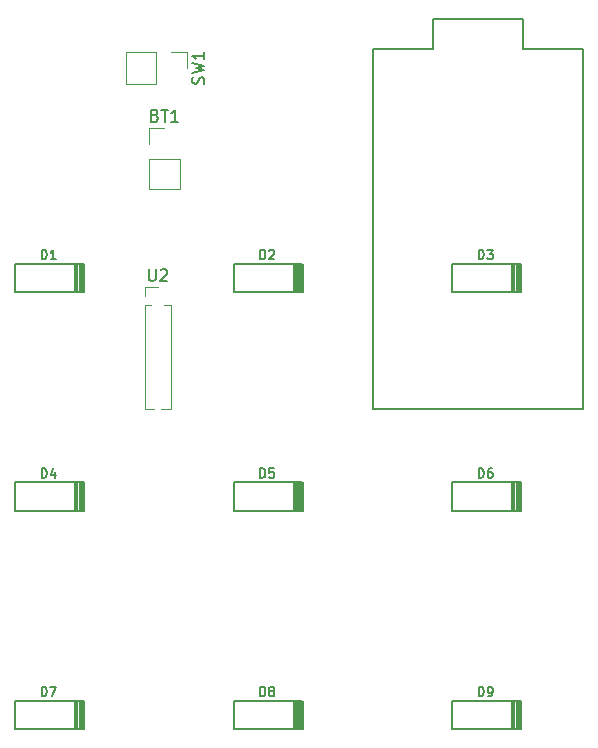
<source format=gbr>
G04 #@! TF.GenerationSoftware,KiCad,Pcbnew,(5.0.0-3-g5ebb6b6)*
G04 #@! TF.CreationDate,2019-02-07T22:00:29-08:00*
G04 #@! TF.ProjectId,arrowPad,6172726F775061642E6B696361645F70,rev?*
G04 #@! TF.SameCoordinates,Original*
G04 #@! TF.FileFunction,Legend,Top*
G04 #@! TF.FilePolarity,Positive*
%FSLAX46Y46*%
G04 Gerber Fmt 4.6, Leading zero omitted, Abs format (unit mm)*
G04 Created by KiCad (PCBNEW (5.0.0-3-g5ebb6b6)) date Thursday, February 07, 2019 at 10:00:29 PM*
%MOMM*%
%LPD*%
G01*
G04 APERTURE LIST*
%ADD10C,0.120000*%
%ADD11C,0.200000*%
%ADD12C,0.150000*%
G04 APERTURE END LIST*
D10*
G04 #@! TO.C,BT1*
X60470000Y-94270000D02*
X63130000Y-94270000D01*
X60470000Y-91670000D02*
X60470000Y-94270000D01*
X63130000Y-91670000D02*
X63130000Y-94270000D01*
X60470000Y-91670000D02*
X63130000Y-91670000D01*
X60470000Y-90400000D02*
X60470000Y-89070000D01*
X60470000Y-89070000D02*
X61800000Y-89070000D01*
D11*
G04 #@! TO.C,D1*
X54275000Y-102950000D02*
X54275000Y-100550000D01*
X54450000Y-102950000D02*
X54450000Y-100550000D01*
X54625000Y-102950000D02*
X54625000Y-100550000D01*
X55025000Y-100550000D02*
X55025000Y-102950000D01*
X54800000Y-102950000D02*
X54800000Y-100550000D01*
X54925000Y-102950000D02*
X54925000Y-100550000D01*
X55000000Y-102950000D02*
X49200000Y-102950000D01*
X49200000Y-102950000D02*
X49200000Y-100550000D01*
X49200000Y-100550000D02*
X55000000Y-100550000D01*
G04 #@! TO.C,D2*
X67700000Y-100550000D02*
X73500000Y-100550000D01*
X67700000Y-102950000D02*
X67700000Y-100550000D01*
X73500000Y-102950000D02*
X67700000Y-102950000D01*
X73425000Y-102950000D02*
X73425000Y-100550000D01*
X73300000Y-102950000D02*
X73300000Y-100550000D01*
X73525000Y-100550000D02*
X73525000Y-102950000D01*
X73125000Y-102950000D02*
X73125000Y-100550000D01*
X72950000Y-102950000D02*
X72950000Y-100550000D01*
X72775000Y-102950000D02*
X72775000Y-100550000D01*
G04 #@! TO.C,D3*
X91275000Y-102950000D02*
X91275000Y-100550000D01*
X91450000Y-102950000D02*
X91450000Y-100550000D01*
X91625000Y-102950000D02*
X91625000Y-100550000D01*
X92025000Y-100550000D02*
X92025000Y-102950000D01*
X91800000Y-102950000D02*
X91800000Y-100550000D01*
X91925000Y-102950000D02*
X91925000Y-100550000D01*
X92000000Y-102950000D02*
X86200000Y-102950000D01*
X86200000Y-102950000D02*
X86200000Y-100550000D01*
X86200000Y-100550000D02*
X92000000Y-100550000D01*
G04 #@! TO.C,D4*
X49200000Y-119050000D02*
X55000000Y-119050000D01*
X49200000Y-121450000D02*
X49200000Y-119050000D01*
X55000000Y-121450000D02*
X49200000Y-121450000D01*
X54925000Y-121450000D02*
X54925000Y-119050000D01*
X54800000Y-121450000D02*
X54800000Y-119050000D01*
X55025000Y-119050000D02*
X55025000Y-121450000D01*
X54625000Y-121450000D02*
X54625000Y-119050000D01*
X54450000Y-121450000D02*
X54450000Y-119050000D01*
X54275000Y-121450000D02*
X54275000Y-119050000D01*
G04 #@! TO.C,D5*
X72775000Y-121450000D02*
X72775000Y-119050000D01*
X72950000Y-121450000D02*
X72950000Y-119050000D01*
X73125000Y-121450000D02*
X73125000Y-119050000D01*
X73525000Y-119050000D02*
X73525000Y-121450000D01*
X73300000Y-121450000D02*
X73300000Y-119050000D01*
X73425000Y-121450000D02*
X73425000Y-119050000D01*
X73500000Y-121450000D02*
X67700000Y-121450000D01*
X67700000Y-121450000D02*
X67700000Y-119050000D01*
X67700000Y-119050000D02*
X73500000Y-119050000D01*
G04 #@! TO.C,D6*
X86200000Y-119050000D02*
X92000000Y-119050000D01*
X86200000Y-121450000D02*
X86200000Y-119050000D01*
X92000000Y-121450000D02*
X86200000Y-121450000D01*
X91925000Y-121450000D02*
X91925000Y-119050000D01*
X91800000Y-121450000D02*
X91800000Y-119050000D01*
X92025000Y-119050000D02*
X92025000Y-121450000D01*
X91625000Y-121450000D02*
X91625000Y-119050000D01*
X91450000Y-121450000D02*
X91450000Y-119050000D01*
X91275000Y-121450000D02*
X91275000Y-119050000D01*
G04 #@! TO.C,D7*
X54275000Y-139950000D02*
X54275000Y-137550000D01*
X54450000Y-139950000D02*
X54450000Y-137550000D01*
X54625000Y-139950000D02*
X54625000Y-137550000D01*
X55025000Y-137550000D02*
X55025000Y-139950000D01*
X54800000Y-139950000D02*
X54800000Y-137550000D01*
X54925000Y-139950000D02*
X54925000Y-137550000D01*
X55000000Y-139950000D02*
X49200000Y-139950000D01*
X49200000Y-139950000D02*
X49200000Y-137550000D01*
X49200000Y-137550000D02*
X55000000Y-137550000D01*
G04 #@! TO.C,D8*
X67700000Y-137550000D02*
X73500000Y-137550000D01*
X67700000Y-139950000D02*
X67700000Y-137550000D01*
X73500000Y-139950000D02*
X67700000Y-139950000D01*
X73425000Y-139950000D02*
X73425000Y-137550000D01*
X73300000Y-139950000D02*
X73300000Y-137550000D01*
X73525000Y-137550000D02*
X73525000Y-139950000D01*
X73125000Y-139950000D02*
X73125000Y-137550000D01*
X72950000Y-139950000D02*
X72950000Y-137550000D01*
X72775000Y-139950000D02*
X72775000Y-137550000D01*
G04 #@! TO.C,D9*
X91275000Y-139950000D02*
X91275000Y-137550000D01*
X91450000Y-139950000D02*
X91450000Y-137550000D01*
X91625000Y-139950000D02*
X91625000Y-137550000D01*
X92025000Y-137550000D02*
X92025000Y-139950000D01*
X91800000Y-139950000D02*
X91800000Y-137550000D01*
X91925000Y-139950000D02*
X91925000Y-137550000D01*
X92000000Y-139950000D02*
X86200000Y-139950000D01*
X86200000Y-139950000D02*
X86200000Y-137550000D01*
X86200000Y-137550000D02*
X92000000Y-137550000D01*
D10*
G04 #@! TO.C,SW1*
X58530000Y-82670000D02*
X58530000Y-85330000D01*
X61130000Y-82670000D02*
X58530000Y-82670000D01*
X61130000Y-85330000D02*
X58530000Y-85330000D01*
X61130000Y-82670000D02*
X61130000Y-85330000D01*
X62400000Y-82670000D02*
X63730000Y-82670000D01*
X63730000Y-82670000D02*
X63730000Y-84000000D01*
G04 #@! TO.C,U2*
X60140000Y-112835000D02*
X60942470Y-112835000D01*
X61557530Y-112835000D02*
X62360000Y-112835000D01*
X60140000Y-104010000D02*
X60140000Y-112835000D01*
X62360000Y-104010000D02*
X62360000Y-112835000D01*
X60140000Y-104010000D02*
X60686529Y-104010000D01*
X61813471Y-104010000D02*
X62360000Y-104010000D01*
X60140000Y-103250000D02*
X60140000Y-102490000D01*
X60140000Y-102490000D02*
X61250000Y-102490000D01*
D12*
G04 #@! TO.C,U1*
X97290000Y-112840000D02*
X79510000Y-112840000D01*
X97290000Y-82360000D02*
X97290000Y-112840000D01*
X92210000Y-82360000D02*
X97290000Y-82360000D01*
X92210000Y-79820000D02*
X92210000Y-82360000D01*
X84590000Y-79820000D02*
X92210000Y-79820000D01*
X84590000Y-82360000D02*
X84590000Y-79820000D01*
X79510000Y-82360000D02*
X84590000Y-82360000D01*
X79510000Y-82360000D02*
X79510000Y-112840000D01*
G04 #@! TO.C,BT1*
X61014285Y-87998571D02*
X61157142Y-88046190D01*
X61204761Y-88093809D01*
X61252380Y-88189047D01*
X61252380Y-88331904D01*
X61204761Y-88427142D01*
X61157142Y-88474761D01*
X61061904Y-88522380D01*
X60680952Y-88522380D01*
X60680952Y-87522380D01*
X61014285Y-87522380D01*
X61109523Y-87570000D01*
X61157142Y-87617619D01*
X61204761Y-87712857D01*
X61204761Y-87808095D01*
X61157142Y-87903333D01*
X61109523Y-87950952D01*
X61014285Y-87998571D01*
X60680952Y-87998571D01*
X61538095Y-87522380D02*
X62109523Y-87522380D01*
X61823809Y-88522380D02*
X61823809Y-87522380D01*
X62966666Y-88522380D02*
X62395238Y-88522380D01*
X62680952Y-88522380D02*
X62680952Y-87522380D01*
X62585714Y-87665238D01*
X62490476Y-87760476D01*
X62395238Y-87808095D01*
G04 #@! TO.C,D1*
X51409523Y-100186904D02*
X51409523Y-99386904D01*
X51600000Y-99386904D01*
X51714285Y-99425000D01*
X51790476Y-99501190D01*
X51828571Y-99577380D01*
X51866666Y-99729761D01*
X51866666Y-99844047D01*
X51828571Y-99996428D01*
X51790476Y-100072619D01*
X51714285Y-100148809D01*
X51600000Y-100186904D01*
X51409523Y-100186904D01*
X52628571Y-100186904D02*
X52171428Y-100186904D01*
X52400000Y-100186904D02*
X52400000Y-99386904D01*
X52323809Y-99501190D01*
X52247619Y-99577380D01*
X52171428Y-99615476D01*
G04 #@! TO.C,D2*
X69909523Y-100186904D02*
X69909523Y-99386904D01*
X70100000Y-99386904D01*
X70214285Y-99425000D01*
X70290476Y-99501190D01*
X70328571Y-99577380D01*
X70366666Y-99729761D01*
X70366666Y-99844047D01*
X70328571Y-99996428D01*
X70290476Y-100072619D01*
X70214285Y-100148809D01*
X70100000Y-100186904D01*
X69909523Y-100186904D01*
X70671428Y-99463095D02*
X70709523Y-99425000D01*
X70785714Y-99386904D01*
X70976190Y-99386904D01*
X71052380Y-99425000D01*
X71090476Y-99463095D01*
X71128571Y-99539285D01*
X71128571Y-99615476D01*
X71090476Y-99729761D01*
X70633333Y-100186904D01*
X71128571Y-100186904D01*
G04 #@! TO.C,D3*
X88409523Y-100186904D02*
X88409523Y-99386904D01*
X88600000Y-99386904D01*
X88714285Y-99425000D01*
X88790476Y-99501190D01*
X88828571Y-99577380D01*
X88866666Y-99729761D01*
X88866666Y-99844047D01*
X88828571Y-99996428D01*
X88790476Y-100072619D01*
X88714285Y-100148809D01*
X88600000Y-100186904D01*
X88409523Y-100186904D01*
X89133333Y-99386904D02*
X89628571Y-99386904D01*
X89361904Y-99691666D01*
X89476190Y-99691666D01*
X89552380Y-99729761D01*
X89590476Y-99767857D01*
X89628571Y-99844047D01*
X89628571Y-100034523D01*
X89590476Y-100110714D01*
X89552380Y-100148809D01*
X89476190Y-100186904D01*
X89247619Y-100186904D01*
X89171428Y-100148809D01*
X89133333Y-100110714D01*
G04 #@! TO.C,D4*
X51409523Y-118686904D02*
X51409523Y-117886904D01*
X51600000Y-117886904D01*
X51714285Y-117925000D01*
X51790476Y-118001190D01*
X51828571Y-118077380D01*
X51866666Y-118229761D01*
X51866666Y-118344047D01*
X51828571Y-118496428D01*
X51790476Y-118572619D01*
X51714285Y-118648809D01*
X51600000Y-118686904D01*
X51409523Y-118686904D01*
X52552380Y-118153571D02*
X52552380Y-118686904D01*
X52361904Y-117848809D02*
X52171428Y-118420238D01*
X52666666Y-118420238D01*
G04 #@! TO.C,D5*
X69909523Y-118686904D02*
X69909523Y-117886904D01*
X70100000Y-117886904D01*
X70214285Y-117925000D01*
X70290476Y-118001190D01*
X70328571Y-118077380D01*
X70366666Y-118229761D01*
X70366666Y-118344047D01*
X70328571Y-118496428D01*
X70290476Y-118572619D01*
X70214285Y-118648809D01*
X70100000Y-118686904D01*
X69909523Y-118686904D01*
X71090476Y-117886904D02*
X70709523Y-117886904D01*
X70671428Y-118267857D01*
X70709523Y-118229761D01*
X70785714Y-118191666D01*
X70976190Y-118191666D01*
X71052380Y-118229761D01*
X71090476Y-118267857D01*
X71128571Y-118344047D01*
X71128571Y-118534523D01*
X71090476Y-118610714D01*
X71052380Y-118648809D01*
X70976190Y-118686904D01*
X70785714Y-118686904D01*
X70709523Y-118648809D01*
X70671428Y-118610714D01*
G04 #@! TO.C,D6*
X88409523Y-118686904D02*
X88409523Y-117886904D01*
X88600000Y-117886904D01*
X88714285Y-117925000D01*
X88790476Y-118001190D01*
X88828571Y-118077380D01*
X88866666Y-118229761D01*
X88866666Y-118344047D01*
X88828571Y-118496428D01*
X88790476Y-118572619D01*
X88714285Y-118648809D01*
X88600000Y-118686904D01*
X88409523Y-118686904D01*
X89552380Y-117886904D02*
X89400000Y-117886904D01*
X89323809Y-117925000D01*
X89285714Y-117963095D01*
X89209523Y-118077380D01*
X89171428Y-118229761D01*
X89171428Y-118534523D01*
X89209523Y-118610714D01*
X89247619Y-118648809D01*
X89323809Y-118686904D01*
X89476190Y-118686904D01*
X89552380Y-118648809D01*
X89590476Y-118610714D01*
X89628571Y-118534523D01*
X89628571Y-118344047D01*
X89590476Y-118267857D01*
X89552380Y-118229761D01*
X89476190Y-118191666D01*
X89323809Y-118191666D01*
X89247619Y-118229761D01*
X89209523Y-118267857D01*
X89171428Y-118344047D01*
G04 #@! TO.C,D7*
X51409523Y-137186904D02*
X51409523Y-136386904D01*
X51600000Y-136386904D01*
X51714285Y-136425000D01*
X51790476Y-136501190D01*
X51828571Y-136577380D01*
X51866666Y-136729761D01*
X51866666Y-136844047D01*
X51828571Y-136996428D01*
X51790476Y-137072619D01*
X51714285Y-137148809D01*
X51600000Y-137186904D01*
X51409523Y-137186904D01*
X52133333Y-136386904D02*
X52666666Y-136386904D01*
X52323809Y-137186904D01*
G04 #@! TO.C,D8*
X69909523Y-137186904D02*
X69909523Y-136386904D01*
X70100000Y-136386904D01*
X70214285Y-136425000D01*
X70290476Y-136501190D01*
X70328571Y-136577380D01*
X70366666Y-136729761D01*
X70366666Y-136844047D01*
X70328571Y-136996428D01*
X70290476Y-137072619D01*
X70214285Y-137148809D01*
X70100000Y-137186904D01*
X69909523Y-137186904D01*
X70823809Y-136729761D02*
X70747619Y-136691666D01*
X70709523Y-136653571D01*
X70671428Y-136577380D01*
X70671428Y-136539285D01*
X70709523Y-136463095D01*
X70747619Y-136425000D01*
X70823809Y-136386904D01*
X70976190Y-136386904D01*
X71052380Y-136425000D01*
X71090476Y-136463095D01*
X71128571Y-136539285D01*
X71128571Y-136577380D01*
X71090476Y-136653571D01*
X71052380Y-136691666D01*
X70976190Y-136729761D01*
X70823809Y-136729761D01*
X70747619Y-136767857D01*
X70709523Y-136805952D01*
X70671428Y-136882142D01*
X70671428Y-137034523D01*
X70709523Y-137110714D01*
X70747619Y-137148809D01*
X70823809Y-137186904D01*
X70976190Y-137186904D01*
X71052380Y-137148809D01*
X71090476Y-137110714D01*
X71128571Y-137034523D01*
X71128571Y-136882142D01*
X71090476Y-136805952D01*
X71052380Y-136767857D01*
X70976190Y-136729761D01*
G04 #@! TO.C,D9*
X88409523Y-137186904D02*
X88409523Y-136386904D01*
X88600000Y-136386904D01*
X88714285Y-136425000D01*
X88790476Y-136501190D01*
X88828571Y-136577380D01*
X88866666Y-136729761D01*
X88866666Y-136844047D01*
X88828571Y-136996428D01*
X88790476Y-137072619D01*
X88714285Y-137148809D01*
X88600000Y-137186904D01*
X88409523Y-137186904D01*
X89247619Y-137186904D02*
X89400000Y-137186904D01*
X89476190Y-137148809D01*
X89514285Y-137110714D01*
X89590476Y-136996428D01*
X89628571Y-136844047D01*
X89628571Y-136539285D01*
X89590476Y-136463095D01*
X89552380Y-136425000D01*
X89476190Y-136386904D01*
X89323809Y-136386904D01*
X89247619Y-136425000D01*
X89209523Y-136463095D01*
X89171428Y-136539285D01*
X89171428Y-136729761D01*
X89209523Y-136805952D01*
X89247619Y-136844047D01*
X89323809Y-136882142D01*
X89476190Y-136882142D01*
X89552380Y-136844047D01*
X89590476Y-136805952D01*
X89628571Y-136729761D01*
G04 #@! TO.C,SW1*
X65134761Y-85333333D02*
X65182380Y-85190476D01*
X65182380Y-84952380D01*
X65134761Y-84857142D01*
X65087142Y-84809523D01*
X64991904Y-84761904D01*
X64896666Y-84761904D01*
X64801428Y-84809523D01*
X64753809Y-84857142D01*
X64706190Y-84952380D01*
X64658571Y-85142857D01*
X64610952Y-85238095D01*
X64563333Y-85285714D01*
X64468095Y-85333333D01*
X64372857Y-85333333D01*
X64277619Y-85285714D01*
X64230000Y-85238095D01*
X64182380Y-85142857D01*
X64182380Y-84904761D01*
X64230000Y-84761904D01*
X64182380Y-84428571D02*
X65182380Y-84190476D01*
X64468095Y-84000000D01*
X65182380Y-83809523D01*
X64182380Y-83571428D01*
X65182380Y-82666666D02*
X65182380Y-83238095D01*
X65182380Y-82952380D02*
X64182380Y-82952380D01*
X64325238Y-83047619D01*
X64420476Y-83142857D01*
X64468095Y-83238095D01*
G04 #@! TO.C,U2*
X60488095Y-101007380D02*
X60488095Y-101816904D01*
X60535714Y-101912142D01*
X60583333Y-101959761D01*
X60678571Y-102007380D01*
X60869047Y-102007380D01*
X60964285Y-101959761D01*
X61011904Y-101912142D01*
X61059523Y-101816904D01*
X61059523Y-101007380D01*
X61488095Y-101102619D02*
X61535714Y-101055000D01*
X61630952Y-101007380D01*
X61869047Y-101007380D01*
X61964285Y-101055000D01*
X62011904Y-101102619D01*
X62059523Y-101197857D01*
X62059523Y-101293095D01*
X62011904Y-101435952D01*
X61440476Y-102007380D01*
X62059523Y-102007380D01*
G04 #@! TD*
M02*

</source>
